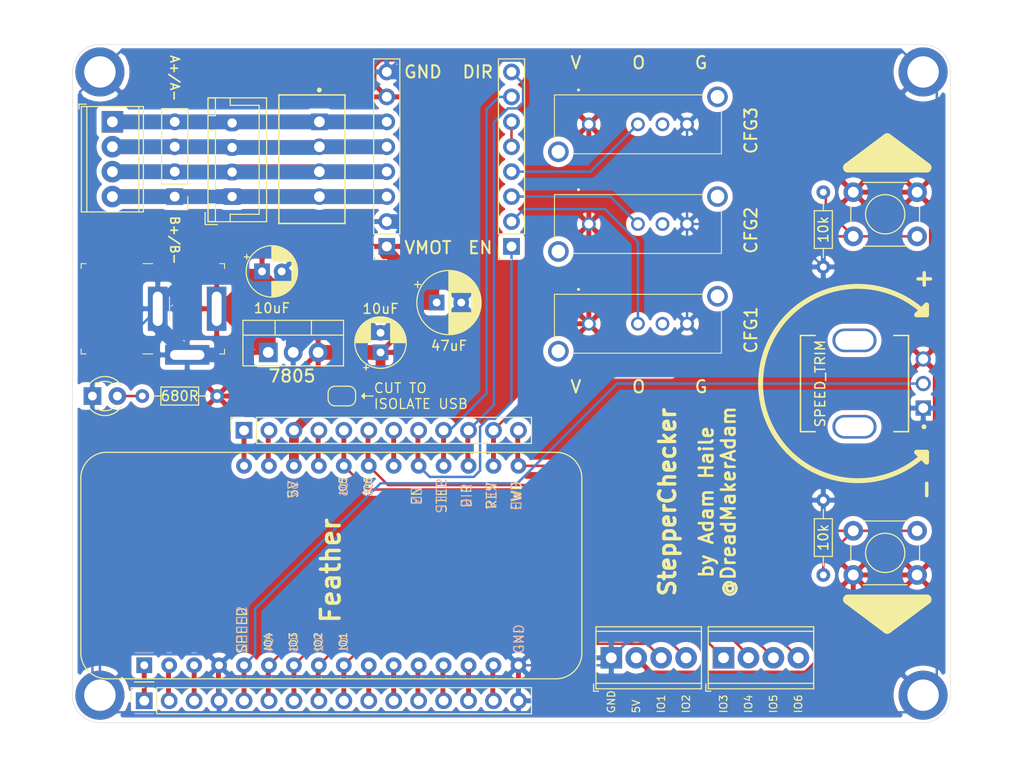
<source format=kicad_pcb>
(kicad_pcb (version 20171130) (host pcbnew "(5.1.9)-1")
  (layers (0 F.Cu signal hide) (31 B.Cu signal hide) (34 B.Paste user) (35 F.Paste user) (36 B.SilkS user) (37 F.SilkS user) (38 B.Mask user) (39 F.Mask user) (44 Edge.Cuts user))
  (net 0 "")
  (net 1 GND)
  (net 2 5V)
  (net 3 /StepDriverX/CFG1)
  (net 4 /StepDriverX/CFG2)
  (net 5 /StepDriverX/CFG3)
  (net 6 "Net-(CN5-Pad5)")
  (net 7 "Net-(J9-Pad3)")
  (net 8 VIN)
  (net 9 DIR)
  (net 10 ENABLE)
  (net 11 /StepDriverX/B-)
  (net 12 /StepDriverX/B+)
  (net 13 /StepDriverX/A-)
  (net 14 /StepDriverX/A+)
  (net 15 "Net-(J3-Pad1)")
  (net 16 "Net-(J3-Pad2)")
  (net 17 "Net-(J3-Pad3)")
  (net 18 "Net-(J3-Pad10)")
  (net 19 "Net-(J3-Pad11)")
  (net 20 "Net-(J3-Pad12)")
  (net 21 "Net-(J3-Pad13)")
  (net 22 "Net-(J3-Pad14)")
  (net 23 "Net-(J3-Pad15)")
  (net 24 "Net-(J8-Pad1)")
  (net 25 "Net-(J8-Pad2)")
  (net 26 "Net-(J8-Pad3)")
  (net 27 "Net-(J8-Pad4)")
  (net 28 "Net-(J8-Pad7)")
  (net 29 BTN_REV)
  (net 30 BTN_FWD)
  (net 31 "Net-(J9-PadMH1)")
  (net 32 "Net-(J9-PadMH2)")
  (net 33 "Net-(J10-PadMH2)")
  (net 34 "Net-(J10-PadMH1)")
  (net 35 "Net-(J11-PadMH1)")
  (net 36 "Net-(J11-PadMH2)")
  (net 37 "Net-(D1-Pad2)")
  (net 38 "Net-(J10-Pad3)")
  (net 39 "Net-(J11-Pad3)")
  (net 40 STEP)
  (net 41 TRIM)
  (net 42 IO1)
  (net 43 IO2)
  (net 44 IO4)
  (net 45 IO6)
  (net 46 IO5)
  (net 47 IO3)
  (module Feather:Adafruit_Feather (layer F.Cu) (at 102.305001 98.552 90)
    (fp_text reference U3 hide)
    (fp_text value FEATHER)
    (pad 16 thru_hole circle (at 0 38.1 270) (size 1.6 1.6) (drill 0.8) (layers *.Cu *.Mask) (net 1 GND))
    (pad 15 thru_hole circle (at 0 35.56 270) (size 1.6 1.6) (drill 0.8) (layers *.Cu *.Mask) (net 23 "Net-(J3-Pad15)"))
    (pad 14 thru_hole circle (at 0 33.02 270) (size 1.6 1.6) (drill 0.8) (layers *.Cu *.Mask) (net 22 "Net-(J3-Pad14)"))
    (pad 13 thru_hole circle (at 0 30.48 270) (size 1.6 1.6) (drill 0.8) (layers *.Cu *.Mask) (net 21 "Net-(J3-Pad13)"))
    (pad 12 thru_hole circle (at 0 27.94 270) (size 1.6 1.6) (drill 0.8) (layers *.Cu *.Mask) (net 20 "Net-(J3-Pad12)"))
    (pad 11 thru_hole circle (at 0 25.4 270) (size 1.6 1.6) (drill 0.8) (layers *.Cu *.Mask) (net 19 "Net-(J3-Pad11)"))
    (pad 10 thru_hole circle (at 0 22.86 270) (size 1.6 1.6) (drill 0.8) (layers *.Cu *.Mask) (net 18 "Net-(J3-Pad10)"))
    (pad 9 thru_hole circle (at 0 20.32 270) (size 1.6 1.6) (drill 0.8) (layers *.Cu *.Mask) (net 42 IO1))
    (pad 8 thru_hole circle (at 0 17.78 270) (size 1.6 1.6) (drill 0.8) (layers *.Cu *.Mask) (net 43 IO2))
    (pad 7 thru_hole circle (at 0 15.24 270) (size 1.6 1.6) (drill 0.8) (layers *.Cu *.Mask) (net 47 IO3))
    (pad 6 thru_hole circle (at 0 12.7 270) (size 1.6 1.6) (drill 0.8) (layers *.Cu *.Mask) (net 44 IO4))
    (pad 5 thru_hole circle (at 0 10.16 270) (size 1.6 1.6) (drill 0.8) (layers *.Cu *.Mask) (net 41 TRIM))
    (pad 4 thru_hole circle (at 0 7.62 270) (size 1.6 1.6) (drill 0.8) (layers *.Cu *.Mask) (net 1 GND))
    (pad 3 thru_hole circle (at 0 5.08 270) (size 1.6 1.6) (drill 0.8) (layers *.Cu *.Mask) (net 17 "Net-(J3-Pad3)"))
    (pad 2 thru_hole circle (at 0 2.54 270) (size 1.6 1.6) (drill 0.8) (layers *.Cu *.Mask) (net 16 "Net-(J3-Pad2)"))
    (pad 1 thru_hole rect (at 0 0 270) (size 1.6 1.6) (drill 0.8) (layers *.Cu *.Mask) (net 15 "Net-(J3-Pad1)"))
    (pad 28 thru_hole circle (at 20.32 10.16 270) (size 1.6 1.6) (drill 0.8) (layers *.Cu *.Mask) (net 24 "Net-(J8-Pad1)"))
    (pad 27 thru_hole circle (at 20.32 12.7 270) (size 1.6 1.6) (drill 0.8) (layers *.Cu *.Mask) (net 25 "Net-(J8-Pad2)"))
    (pad 26 thru_hole circle (at 20.32 15.24 270) (size 1.6 1.6) (drill 0.8) (layers *.Cu *.Mask) (net 26 "Net-(J8-Pad3)"))
    (pad 25 thru_hole circle (at 20.32 17.78 270) (size 1.6 1.6) (drill 0.8) (layers *.Cu *.Mask) (net 27 "Net-(J8-Pad4)"))
    (pad 24 thru_hole circle (at 20.32 20.32 270) (size 1.6 1.6) (drill 0.8) (layers *.Cu *.Mask) (net 46 IO5))
    (pad 23 thru_hole circle (at 20.32 22.86 270) (size 1.6 1.6) (drill 0.8) (layers *.Cu *.Mask) (net 45 IO6))
    (pad 22 thru_hole circle (at 20.32 25.4 270) (size 1.6 1.6) (drill 0.8) (layers *.Cu *.Mask) (net 28 "Net-(J8-Pad7)"))
    (pad 21 thru_hole circle (at 20.32 27.94 270) (size 1.6 1.6) (drill 0.8) (layers *.Cu *.Mask) (net 10 ENABLE))
    (pad 20 thru_hole circle (at 20.32 30.48 270) (size 1.6 1.6) (drill 0.8) (layers *.Cu *.Mask) (net 40 STEP))
    (pad 19 thru_hole circle (at 20.32 33.02 270) (size 1.6 1.6) (drill 0.8) (layers *.Cu *.Mask) (net 9 DIR))
    (pad 18 thru_hole circle (at 20.32 35.56 270) (size 1.6 1.6) (drill 0.8) (layers *.Cu *.Mask) (net 29 BTN_REV))
    (pad 17 thru_hole circle (at 20.32 38.1 270) (size 1.6 1.6) (drill 0.8) (layers *.Cu *.Mask) (net 30 BTN_FWD))
  )
  (module Mouser:Molex-70543-0038-0-0-MFG (layer F.Cu) (at 119.38 46.99 90)
    (fp_text reference J4 hide)
    (fp_text value "Molex SL" hide)
    (pad 1 thru_hole rect (at 3.81 0.76 90) (size 1.69 1.69) (drill 1.09) (layers *.Cu *.Mask) (net 14 /StepDriverX/A+))
    (pad 2 thru_hole circle (at 1.27 0.76 90) (size 1.69 1.69) (drill 1.09) (layers *.Cu *.Mask) (net 13 /StepDriverX/A-))
    (pad 3 thru_hole circle (at -1.27 0.76 90) (size 1.69 1.69) (drill 1.09) (layers *.Cu *.Mask) (net 12 /StepDriverX/B+))
    (pad 4 thru_hole circle (at -3.81 0.76 90) (size 1.69 1.69) (drill 1.09) (layers *.Cu *.Mask) (net 11 /StepDriverX/B-))
  )
  (module Mouser:ALPS-RK09D1130C3W-0 (layer F.Cu) (at 174.625 69.85 90)
    (fp_text reference VR1 hide)
    (fp_text value SPEED_TRIM (at 0 -3.490001 90) (layer F.SilkS))
    (pad 4 thru_hole roundrect (at -4.4 0 90) (size 2.4 4.5) (drill oval 1.9 3.9) (layers *.Cu *.Mask) (roundrect_rratio 0.5))
    (pad 5 thru_hole roundrect (at 4.4 0 90) (size 2.4 4.5) (drill oval 1.9 3.9) (layers *.Cu *.Mask) (roundrect_rratio 0.5))
    (pad 1 thru_hole rect (at -2.5 7 90) (size 1.55 1.55) (drill 1) (layers *.Cu *.Mask) (net 1 GND))
    (pad 2 thru_hole circle (at 0 7 90) (size 1.55 1.55) (drill 1) (layers *.Cu *.Mask) (net 41 TRIM))
    (pad 3 thru_hole circle (at 2.5 7 90) (size 1.55 1.55) (drill 1) (layers *.Cu *.Mask) (net 2 5V))
  )
  (module MountingHole:MountingHole_2.5mm_Pad (layer F.Cu) (at 97.79 38.1)
    (fp_text reference H1 hide)
    (fp_text value Mount)
    (pad 1 thru_hole circle (at 0 0) (size 5 5) (drill 3.2) (layers *.Cu *.Mask) (net 1 GND))
  )
  (module Mouser:OS103012MU1QP1 (layer F.Cu) (at 147.574 43.434)
    (fp_text reference J11 hide)
    (fp_text value CFG3 hide)
    (pad 1 thru_hole circle (at 0 0) (size 1.4 1.4) (drill 0.9) (layers *.Cu *.Mask) (net 2 5V))
    (pad 2 thru_hole circle (at 5 0) (size 1.4 1.4) (drill 0.9) (layers *.Cu *.Mask) (net 5 /StepDriverX/CFG3))
    (pad 3 thru_hole circle (at 7.5 0) (size 1.4 1.4) (drill 0.9) (layers *.Cu *.Mask) (net 39 "Net-(J11-Pad3)"))
    (pad 4 thru_hole circle (at 10 0) (size 1.4 1.4) (drill 0.9) (layers *.Cu *.Mask) (net 1 GND))
    (pad MH1 thru_hole circle (at -3.1 2.8) (size 2.1 2.1) (drill 1.4) (layers *.Cu *.Mask) (net 35 "Net-(J11-PadMH1)"))
    (pad MH2 thru_hole circle (at 13.1 -2.8) (size 2.1 2.1) (drill 1.4) (layers *.Cu *.Mask) (net 36 "Net-(J11-PadMH2)"))
  )
  (module Mouser:OS103012MU1QP1 (layer F.Cu) (at 147.574 53.594)
    (fp_text reference J10 hide)
    (fp_text value CFG2 hide)
    (pad MH2 thru_hole circle (at 13.1 -2.8) (size 2.1 2.1) (drill 1.4) (layers *.Cu *.Mask) (net 33 "Net-(J10-PadMH2)"))
    (pad MH1 thru_hole circle (at -3.1 2.8) (size 2.1 2.1) (drill 1.4) (layers *.Cu *.Mask) (net 34 "Net-(J10-PadMH1)"))
    (pad 4 thru_hole circle (at 10 0) (size 1.4 1.4) (drill 0.9) (layers *.Cu *.Mask) (net 1 GND))
    (pad 3 thru_hole circle (at 7.5 0) (size 1.4 1.4) (drill 0.9) (layers *.Cu *.Mask) (net 38 "Net-(J10-Pad3)"))
    (pad 2 thru_hole circle (at 5 0) (size 1.4 1.4) (drill 0.9) (layers *.Cu *.Mask) (net 4 /StepDriverX/CFG2))
    (pad 1 thru_hole circle (at 0 0) (size 1.4 1.4) (drill 0.9) (layers *.Cu *.Mask) (net 2 5V))
  )
  (module Connector_PinSocket_2.54mm:PinSocket_1x08_P2.54mm_Vertical (layer F.Cu) (at 139.7 55.88 180)
    (fp_text reference CN5 hide)
    (fp_text value FEMALE_LEFT)
    (pad 8 thru_hole oval (at 0 17.78 180) (size 1.7 1.7) (drill 1) (layers *.Cu *.Mask) (net 9 DIR))
    (pad 7 thru_hole oval (at 0 15.24 180) (size 1.7 1.7) (drill 1) (layers *.Cu *.Mask) (net 40 STEP))
    (pad 6 thru_hole oval (at 0 12.7 180) (size 1.7 1.7) (drill 1) (layers *.Cu *.Mask) (net 6 "Net-(CN5-Pad5)"))
    (pad 5 thru_hole oval (at 0 10.16 180) (size 1.7 1.7) (drill 1) (layers *.Cu *.Mask) (net 6 "Net-(CN5-Pad5)"))
    (pad 4 thru_hole oval (at 0 7.62 180) (size 1.7 1.7) (drill 1) (layers *.Cu *.Mask) (net 5 /StepDriverX/CFG3))
    (pad 3 thru_hole oval (at 0 5.08 180) (size 1.7 1.7) (drill 1) (layers *.Cu *.Mask) (net 4 /StepDriverX/CFG2))
    (pad 2 thru_hole oval (at 0 2.54 180) (size 1.7 1.7) (drill 1) (layers *.Cu *.Mask) (net 3 /StepDriverX/CFG1))
    (pad 1 thru_hole rect (at 0 0 180) (size 1.7 1.7) (drill 1) (layers *.Cu *.Mask) (net 10 ENABLE))
  )
  (module MountingHole:MountingHole_2.5mm_Pad (layer F.Cu) (at 97.79 101.6)
    (fp_text reference H2 hide)
    (fp_text value Mount)
    (pad 1 thru_hole circle (at 0 0) (size 5 5) (drill 3.2) (layers *.Cu *.Mask) (net 1 GND))
  )
  (module MountingHole:MountingHole_2.5mm_Pad (layer F.Cu) (at 181.61 101.6)
    (fp_text reference H3 hide)
    (fp_text value Mount)
    (pad 1 thru_hole circle (at 0 0) (size 5 5) (drill 3.2) (layers *.Cu *.Mask) (net 1 GND))
  )
  (module MountingHole:MountingHole_2.5mm_Pad (layer F.Cu) (at 181.61 38.1)
    (fp_text reference H4 hide)
    (fp_text value Mount)
    (pad 1 thru_hole circle (at 0 0) (size 5 5) (drill 3.2) (layers *.Cu *.Mask) (net 1 GND))
  )
  (module Capacitor_THT:CP_Radial_D5.0mm_P2.00mm (layer F.Cu) (at 114.3 58.42)
    (fp_text reference C1 hide)
    (fp_text value 10uF (at 1 3.75) (layer F.SilkS))
    (pad 2 thru_hole circle (at 2 0) (size 1.6 1.6) (drill 0.8) (layers *.Cu *.Mask) (net 1 GND))
    (pad 1 thru_hole rect (at 0 0) (size 1.6 1.6) (drill 0.8) (layers *.Cu *.Mask) (net 8 VIN))
  )
  (module Capacitor_THT:CP_Radial_D5.0mm_P2.00mm (layer F.Cu) (at 126.365 66.675 90)
    (fp_text reference C2 hide)
    (fp_text value 10uF (at 4.445 0 180) (layer F.SilkS))
    (pad 1 thru_hole rect (at 0 0 90) (size 1.6 1.6) (drill 0.8) (layers *.Cu *.Mask) (net 2 5V))
    (pad 2 thru_hole circle (at 2 0 90) (size 1.6 1.6) (drill 0.8) (layers *.Cu *.Mask) (net 1 GND))
  )
  (module Capacitor_THT:CP_Radial_D6.3mm_P2.50mm (layer F.Cu) (at 132.08 61.595)
    (fp_text reference C3 hide)
    (fp_text value 47uF (at 1.25 4.4) (layer F.SilkS))
    (pad 1 thru_hole rect (at 0 0) (size 1.6 1.6) (drill 0.8) (layers *.Cu *.Mask) (net 8 VIN))
    (pad 2 thru_hole circle (at 2.5 0) (size 1.6 1.6) (drill 0.8) (layers *.Cu *.Mask) (net 1 GND))
  )
  (module Connector_PinSocket_2.54mm:PinSocket_1x08_P2.54mm_Vertical (layer F.Cu) (at 127 55.88 180)
    (fp_text reference CN6 hide)
    (fp_text value FEMALE_RIGHT)
    (pad 1 thru_hole rect (at 0 0 180) (size 1.7 1.7) (drill 1) (layers *.Cu *.Mask) (net 8 VIN))
    (pad 2 thru_hole oval (at 0 2.54 180) (size 1.7 1.7) (drill 1) (layers *.Cu *.Mask) (net 1 GND))
    (pad 3 thru_hole oval (at 0 5.08 180) (size 1.7 1.7) (drill 1) (layers *.Cu *.Mask) (net 11 /StepDriverX/B-))
    (pad 4 thru_hole oval (at 0 7.62 180) (size 1.7 1.7) (drill 1) (layers *.Cu *.Mask) (net 12 /StepDriverX/B+))
    (pad 5 thru_hole oval (at 0 10.16 180) (size 1.7 1.7) (drill 1) (layers *.Cu *.Mask) (net 13 /StepDriverX/A-))
    (pad 6 thru_hole oval (at 0 12.7 180) (size 1.7 1.7) (drill 1) (layers *.Cu *.Mask) (net 14 /StepDriverX/A+))
    (pad 7 thru_hole oval (at 0 15.24 180) (size 1.7 1.7) (drill 1) (layers *.Cu *.Mask) (net 2 5V))
    (pad 8 thru_hole oval (at 0 17.78 180) (size 1.7 1.7) (drill 1) (layers *.Cu *.Mask) (net 1 GND))
  )
  (module LED_THT:LED_D3.0mm (layer F.Cu) (at 97.028 71.12)
    (fp_text reference D1 hide)
    (fp_text value LED_RED)
    (pad 1 thru_hole rect (at 0 0) (size 1.8 1.8) (drill 0.9) (layers *.Cu *.Mask) (net 1 GND))
    (pad 2 thru_hole circle (at 2.54 0) (size 1.8 1.8) (drill 0.9) (layers *.Cu *.Mask) (net 37 "Net-(D1-Pad2)"))
  )
  (module Mouser:Barrel_Jack_5.5mmODx2.1mmID_PJ-202A (layer F.Cu) (at 106.68 62.23 90)
    (fp_text reference J1 hide)
    (fp_text value PJ-202AH)
    (pad 2 thru_hole rect (at 0 -3 90) (size 4.5 2) (drill oval 3.5 1) (layers *.Cu *.Mask) (net 1 GND))
    (pad 1 thru_hole rect (at 0 3 90) (size 4.5 2) (drill oval 3.5 1) (layers *.Cu *.Mask) (net 8 VIN))
    (pad 3 thru_hole rect (at -4.7 0 90) (size 2 4.5) (drill oval 1 3.5) (layers *.Cu *.Mask) (net 1 GND))
  )
  (module Connector_PinSocket_2.54mm:PinSocket_1x16_P2.54mm_Vertical (layer F.Cu) (at 102.305001 102.167 90)
    (fp_text reference J3 hide)
    (fp_text value FEATHER_A)
    (pad 1 thru_hole rect (at 0 0 90) (size 1.7 1.7) (drill 1) (layers *.Cu *.Mask) (net 15 "Net-(J3-Pad1)"))
    (pad 2 thru_hole oval (at 0 2.54 90) (size 1.7 1.7) (drill 1) (layers *.Cu *.Mask) (net 16 "Net-(J3-Pad2)"))
    (pad 3 thru_hole oval (at 0 5.08 90) (size 1.7 1.7) (drill 1) (layers *.Cu *.Mask) (net 17 "Net-(J3-Pad3)"))
    (pad 4 thru_hole oval (at 0 7.62 90) (size 1.7 1.7) (drill 1) (layers *.Cu *.Mask) (net 1 GND))
    (pad 5 thru_hole oval (at 0 10.16 90) (size 1.7 1.7) (drill 1) (layers *.Cu *.Mask) (net 41 TRIM))
    (pad 6 thru_hole oval (at 0 12.7 90) (size 1.7 1.7) (drill 1) (layers *.Cu *.Mask) (net 44 IO4))
    (pad 7 thru_hole oval (at 0 15.24 90) (size 1.7 1.7) (drill 1) (layers *.Cu *.Mask) (net 47 IO3))
    (pad 8 thru_hole oval (at 0 17.78 90) (size 1.7 1.7) (drill 1) (layers *.Cu *.Mask) (net 43 IO2))
    (pad 9 thru_hole oval (at 0 20.32 90) (size 1.7 1.7) (drill 1) (layers *.Cu *.Mask) (net 42 IO1))
    (pad 10 thru_hole oval (at 0 22.86 90) (size 1.7 1.7) (drill 1) (layers *.Cu *.Mask) (net 18 "Net-(J3-Pad10)"))
    (pad 11 thru_hole oval (at 0 25.4 90) (size 1.7 1.7) (drill 1) (layers *.Cu *.Mask) (net 19 "Net-(J3-Pad11)"))
    (pad 12 thru_hole oval (at 0 27.94 90) (size 1.7 1.7) (drill 1) (layers *.Cu *.Mask) (net 20 "Net-(J3-Pad12)"))
    (pad 13 thru_hole oval (at 0 30.48 90) (size 1.7 1.7) (drill 1) (layers *.Cu *.Mask) (net 21 "Net-(J3-Pad13)"))
    (pad 14 thru_hole oval (at 0 33.02 90) (size 1.7 1.7) (drill 1) (layers *.Cu *.Mask) (net 22 "Net-(J3-Pad14)"))
    (pad 15 thru_hole oval (at 0 35.56 90) (size 1.7 1.7) (drill 1) (layers *.Cu *.Mask) (net 23 "Net-(J3-Pad15)"))
    (pad 16 thru_hole oval (at 0 38.1 90) (size 1.7 1.7) (drill 1) (layers *.Cu *.Mask) (net 1 GND))
  )
  (module Connector_JST:JST_XH_B4B-XH-A_1x04_P2.50mm_Vertical (layer F.Cu) (at 111.252 50.8 90)
    (fp_text reference J5 hide)
    (fp_text value JST-XH)
    (pad 1 thru_hole roundrect (at 0 0 90) (size 1.7 1.95) (drill 0.95) (layers *.Cu *.Mask) (roundrect_rratio 0.147059) (net 11 /StepDriverX/B-))
    (pad 2 thru_hole oval (at 2.5 0 90) (size 1.7 1.95) (drill 0.95) (layers *.Cu *.Mask) (net 12 /StepDriverX/B+))
    (pad 3 thru_hole oval (at 5 0 90) (size 1.7 1.95) (drill 0.95) (layers *.Cu *.Mask) (net 13 /StepDriverX/A-))
    (pad 4 thru_hole oval (at 7.5 0 90) (size 1.7 1.95) (drill 0.95) (layers *.Cu *.Mask) (net 14 /StepDriverX/A+))
  )
  (module Connector_PinHeader_2.54mm:PinHeader_1x04_P2.54mm_Vertical (layer F.Cu) (at 105.41 50.8 180)
    (fp_text reference J6 hide)
    (fp_text value Dupont)
    (pad 1 thru_hole rect (at 0 0 180) (size 1.7 1.7) (drill 1) (layers *.Cu *.Mask) (net 11 /StepDriverX/B-))
    (pad 2 thru_hole oval (at 0 2.54 180) (size 1.7 1.7) (drill 1) (layers *.Cu *.Mask) (net 12 /StepDriverX/B+))
    (pad 3 thru_hole oval (at 0 5.08 180) (size 1.7 1.7) (drill 1) (layers *.Cu *.Mask) (net 13 /StepDriverX/A-))
    (pad 4 thru_hole oval (at 0 7.62 180) (size 1.7 1.7) (drill 1) (layers *.Cu *.Mask) (net 14 /StepDriverX/A+))
  )
  (module TerminalBlock_Phoenix:TerminalBlock_Phoenix_MPT-0,5-4-2.54_1x04_P2.54mm_Horizontal (layer F.Cu) (at 99.06 43.18 270)
    (fp_text reference J7 hide)
    (fp_text value Terminal)
    (pad 1 thru_hole rect (at 0 0 270) (size 2.2 2.2) (drill 1.1) (layers *.Cu *.Mask) (net 14 /StepDriverX/A+))
    (pad 2 thru_hole circle (at 2.54 0 270) (size 2.2 2.2) (drill 1.1) (layers *.Cu *.Mask) (net 13 /StepDriverX/A-))
    (pad 3 thru_hole circle (at 5.08 0 270) (size 2.2 2.2) (drill 1.1) (layers *.Cu *.Mask) (net 12 /StepDriverX/B+))
    (pad 4 thru_hole circle (at 7.62 0 270) (size 2.2 2.2) (drill 1.1) (layers *.Cu *.Mask) (net 11 /StepDriverX/B-))
  )
  (module Connector_PinSocket_2.54mm:PinSocket_1x12_P2.54mm_Vertical (layer F.Cu) (at 112.465001 74.617 90)
    (fp_text reference J8 hide)
    (fp_text value FEATHER_B)
    (pad 1 thru_hole rect (at 0 0 90) (size 1.7 1.7) (drill 1) (layers *.Cu *.Mask) (net 24 "Net-(J8-Pad1)"))
    (pad 2 thru_hole oval (at 0 2.54 90) (size 1.7 1.7) (drill 1) (layers *.Cu *.Mask) (net 25 "Net-(J8-Pad2)"))
    (pad 3 thru_hole oval (at 0 5.08 90) (size 1.7 1.7) (drill 1) (layers *.Cu *.Mask) (net 26 "Net-(J8-Pad3)"))
    (pad 4 thru_hole oval (at 0 7.62 90) (size 1.7 1.7) (drill 1) (layers *.Cu *.Mask) (net 27 "Net-(J8-Pad4)"))
    (pad 5 thru_hole oval (at 0 10.16 90) (size 1.7 1.7) (drill 1) (layers *.Cu *.Mask) (net 46 IO5))
    (pad 6 thru_hole oval (at 0 12.7 90) (size 1.7 1.7) (drill 1) (layers *.Cu *.Mask) (net 45 IO6))
    (pad 7 thru_hole oval (at 0 15.24 90) (size 1.7 1.7) (drill 1) (layers *.Cu *.Mask) (net 28 "Net-(J8-Pad7)"))
    (pad 8 thru_hole oval (at 0 17.78 90) (size 1.7 1.7) (drill 1) (layers *.Cu *.Mask) (net 10 ENABLE))
    (pad 9 thru_hole oval (at 0 20.32 90) (size 1.7 1.7) (drill 1) (layers *.Cu *.Mask) (net 40 STEP))
    (pad 10 thru_hole oval (at 0 22.86 90) (size 1.7 1.7) (drill 1) (layers *.Cu *.Mask) (net 9 DIR))
    (pad 11 thru_hole oval (at 0 25.4 90) (size 1.7 1.7) (drill 1) (layers *.Cu *.Mask) (net 29 BTN_REV))
    (pad 12 thru_hole oval (at 0 27.94 90) (size 1.7 1.7) (drill 1) (layers *.Cu *.Mask) (net 30 BTN_FWD))
  )
  (module Mouser:OS103012MU1QP1 (layer F.Cu) (at 147.574 63.754)
    (fp_text reference J9 hide)
    (fp_text value CFG1 hide)
    (pad 1 thru_hole circle (at 0 0) (size 1.4 1.4) (drill 0.9) (layers *.Cu *.Mask) (net 2 5V))
    (pad 2 thru_hole circle (at 5 0) (size 1.4 1.4) (drill 0.9) (layers *.Cu *.Mask) (net 3 /StepDriverX/CFG1))
    (pad 3 thru_hole circle (at 7.5 0) (size 1.4 1.4) (drill 0.9) (layers *.Cu *.Mask) (net 7 "Net-(J9-Pad3)"))
    (pad 4 thru_hole circle (at 10 0) (size 1.4 1.4) (drill 0.9) (layers *.Cu *.Mask) (net 1 GND))
    (pad MH1 thru_hole circle (at -3.1 2.8) (size 2.1 2.1) (drill 1.4) (layers *.Cu *.Mask) (net 31 "Net-(J9-PadMH1)"))
    (pad MH2 thru_hole circle (at 13.1 -2.8) (size 2.1 2.1) (drill 1.4) (layers *.Cu *.Mask) (net 32 "Net-(J9-PadMH2)"))
  )
  (module Resistor_THT:R_Axial_DIN0204_L3.6mm_D1.6mm_P7.62mm_Horizontal (layer F.Cu) (at 171.45 89.35 90)
    (fp_text reference R1 hide)
    (fp_text value 10k (at 3.81 0 90) (layer F.SilkS))
    (pad 2 thru_hole oval (at 7.62 0 90) (size 1.4 1.4) (drill 0.7) (layers *.Cu *.Mask) (net 1 GND))
    (pad 1 thru_hole circle (at 0 0 90) (size 1.4 1.4) (drill 0.7) (layers *.Cu *.Mask) (net 30 BTN_FWD))
  )
  (module Resistor_THT:R_Axial_DIN0204_L3.6mm_D1.6mm_P7.62mm_Horizontal (layer F.Cu) (at 171.45 50.35 270)
    (fp_text reference R2 hide)
    (fp_text value 10k (at 3.81 0 90) (layer F.SilkS))
    (pad 1 thru_hole circle (at 0 0 270) (size 1.4 1.4) (drill 0.7) (layers *.Cu *.Mask) (net 29 BTN_REV))
    (pad 2 thru_hole oval (at 7.62 0 270) (size 1.4 1.4) (drill 0.7) (layers *.Cu *.Mask) (net 1 GND))
  )
  (module Resistor_THT:R_Axial_DIN0204_L3.6mm_D1.6mm_P7.62mm_Horizontal (layer F.Cu) (at 109.728 71.12 180)
    (fp_text reference R3 hide)
    (fp_text value 680R (at 3.81 0) (layer F.SilkS))
    (pad 1 thru_hole circle (at 0 0 180) (size 1.4 1.4) (drill 0.7) (layers *.Cu *.Mask) (net 2 5V))
    (pad 2 thru_hole oval (at 7.62 0 180) (size 1.4 1.4) (drill 0.7) (layers *.Cu *.Mask) (net 37 "Net-(D1-Pad2)"))
  )
  (module Button_Switch_THT:SW_PUSH_6mm_H5mm (layer F.Cu) (at 174.5 84.85)
    (fp_text reference SW1 hide)
    (fp_text value BTN_FWD)
    (pad 1 thru_hole circle (at 6.5 0 90) (size 2 2) (drill 1.1) (layers *.Cu *.Mask) (net 30 BTN_FWD))
    (pad 2 thru_hole circle (at 6.5 4.5 90) (size 2 2) (drill 1.1) (layers *.Cu *.Mask) (net 2 5V))
    (pad 1 thru_hole circle (at 0 0 90) (size 2 2) (drill 1.1) (layers *.Cu *.Mask) (net 30 BTN_FWD))
    (pad 2 thru_hole circle (at 0 4.5 90) (size 2 2) (drill 1.1) (layers *.Cu *.Mask) (net 2 5V))
  )
  (module Button_Switch_THT:SW_PUSH_6mm_H5mm (layer F.Cu) (at 181 54.85 180)
    (fp_text reference SW2 hide)
    (fp_text value BTN_REV)
    (pad 2 thru_hole circle (at 0 4.5 270) (size 2 2) (drill 1.1) (layers *.Cu *.Mask) (net 2 5V))
    (pad 1 thru_hole circle (at 0 0 270) (size 2 2) (drill 1.1) (layers *.Cu *.Mask) (net 29 BTN_REV))
    (pad 2 thru_hole circle (at 6.5 4.5 270) (size 2 2) (drill 1.1) (layers *.Cu *.Mask) (net 2 5V))
    (pad 1 thru_hole circle (at 6.5 0 270) (size 2 2) (drill 1.1) (layers *.Cu *.Mask) (net 29 BTN_REV))
  )
  (module Package_TO_SOT_THT:TO-220-3_Vertical (layer F.Cu) (at 114.935 66.675)
    (fp_text reference U2 hide)
    (fp_text value LM7805_TO220 hide)
    (pad 1 thru_hole rect (at 0 0) (size 1.905 2) (drill 1.1) (layers *.Cu *.Mask) (net 8 VIN))
    (pad 2 thru_hole oval (at 2.54 0) (size 1.905 2) (drill 1.1) (layers *.Cu *.Mask) (net 1 GND))
    (pad 3 thru_hole oval (at 5.08 0) (size 1.905 2) (drill 1.1) (layers *.Cu *.Mask) (net 2 5V))
  )
  (module Jumper:SolderJumper-2_P1.3mm_Bridged_RoundedPad1.0x1.5mm (layer F.Cu) (at 122.428 71.12)
    (fp_text reference JP2 hide)
    (fp_text value SolderJumper_2_Bridged)
    (fp_poly (pts (xy 0.25 -0.3) (xy -0.25 -0.3) (xy -0.25 0.3) (xy 0.25 0.3)) (layer F.Cu) (width 0))
    (pad 2 smd custom (at 0.65 0) (size 1 0.5) (layers F.Cu F.Mask) (net 2 5V) (options (clearance outline) (anchor rect)) (primitives (gr_circle (center 0 0.25) (end 0.5 0.25) (width 0)) (gr_circle (center 0 -0.25) (end 0.5 -0.25) (width 0)) (gr_poly (pts (xy 0 -0.75) (xy -0.5 -0.75) (xy -0.5 0.75) (xy 0 0.75)) (width 0))))
    (pad 1 smd custom (at -0.65 0) (size 1 0.5) (layers F.Cu F.Mask) (net 26 "Net-(J8-Pad3)") (options (clearance outline) (anchor rect)) (primitives (gr_circle (center 0 0.25) (end 0.5 0.25) (width 0)) (gr_circle (center 0 -0.25) (end 0.5 -0.25) (width 0)) (gr_poly (pts (xy 0 -0.75) (xy 0.5 -0.75) (xy 0.5 0.75) (xy 0 0.75)) (width 0))))
  )
  (module TerminalBlock_Phoenix:TerminalBlock_Phoenix_MPT-0,5-4-2.54_1x04_P2.54mm_Horizontal (layer F.Cu) (at 149.86 97.79)
    (fp_text reference J2 hide)
    (fp_text value Terminal)
    (pad 1 thru_hole rect (at 0 0) (size 2.2 2.2) (drill 1.1) (layers *.Cu *.Mask) (net 1 GND))
    (pad 2 thru_hole circle (at 2.54 0) (size 2.2 2.2) (drill 1.1) (layers *.Cu *.Mask) (net 2 5V))
    (pad 3 thru_hole circle (at 5.08 0) (size 2.2 2.2) (drill 1.1) (layers *.Cu *.Mask) (net 42 IO1))
    (pad 4 thru_hole circle (at 7.62 0) (size 2.2 2.2) (drill 1.1) (layers *.Cu *.Mask) (net 43 IO2))
  )
  (module TerminalBlock_Phoenix:TerminalBlock_Phoenix_MPT-0,5-4-2.54_1x04_P2.54mm_Horizontal (layer F.Cu) (at 161.29 97.79)
    (fp_text reference J12 hide)
    (fp_text value Terminal)
    (pad 4 thru_hole circle (at 7.62 0) (size 2.2 2.2) (drill 1.1) (layers *.Cu *.Mask) (net 45 IO6))
    (pad 3 thru_hole circle (at 5.08 0) (size 2.2 2.2) (drill 1.1) (layers *.Cu *.Mask) (net 46 IO5))
    (pad 2 thru_hole circle (at 2.54 0) (size 2.2 2.2) (drill 1.1) (layers *.Cu *.Mask) (net 44 IO4))
    (pad 1 thru_hole rect (at 0 0) (size 2.2 2.2) (drill 1.1) (layers *.Cu *.Mask) (net 47 IO3))
  )
  (gr_text IO6 (at 125.191157 79.375 90) (layer B.SilkS) (effects (font (size 0.762 0.762) (thickness 0.1143)) (justify left mirror)))
  (gr_text IO5 (at 122.651157 79.375 90) (layer B.SilkS) (effects (font (size 0.762 0.762) (thickness 0.1143)) (justify left mirror)))
  (gr_text 5V (at 152.4 103.505 90) (layer F.SilkS) (effects (font (size 0.762 0.762) (thickness 0.1143)) (justify left)))
  (gr_text 5V (at 117.475 80.645 90) (layer B.SilkS) (effects (font (size 1 1) (thickness 0.12)) (justify mirror)))
  (gr_text 5V (at 117.475 80.645 90) (layer F.SilkS) (effects (font (size 1 1) (thickness 0.12))))
  (gr_text IO3 (at 117.571157 95.25 90) (layer B.SilkS) (effects (font (size 0.762 0.762) (thickness 0.1143)) (justify left mirror)))
  (gr_text IO1 (at 122.651157 95.25 90) (layer B.SilkS) (effects (font (size 0.762 0.762) (thickness 0.1143)) (justify left mirror)))
  (gr_text IO2 (at 120.111157 95.25 90) (layer B.SilkS) (effects (font (size 0.762 0.762) (thickness 0.1143)) (justify left mirror)))
  (gr_text IO4 (at 115.031157 95.25 90) (layer B.SilkS) (effects (font (size 0.762 0.762) (thickness 0.1143)) (justify left mirror)))
  (gr_text IO5 (at 122.555 81.28 90) (layer F.SilkS) (effects (font (size 0.762 0.762) (thickness 0.1143)) (justify left)))
  (gr_text IO1 (at 122.555 97.155 90) (layer F.SilkS) (effects (font (size 0.762 0.762) (thickness 0.1143)) (justify left)))
  (gr_text IO4 (at 114.935 97.155 90) (layer F.SilkS) (effects (font (size 0.762 0.762) (thickness 0.1143)) (justify left)))
  (gr_text IO6 (at 125.095 81.28 90) (layer F.SilkS) (effects (font (size 0.762 0.762) (thickness 0.1143)) (justify left)))
  (gr_text IO2 (at 120.015 97.155 90) (layer F.SilkS) (effects (font (size 0.762 0.762) (thickness 0.1143)) (justify left)))
  (gr_text IO3 (at 117.475 97.155 90) (layer F.SilkS) (effects (font (size 0.762 0.762) (thickness 0.1143)) (justify left)))
  (gr_text GND (at 149.86 103.505 90) (layer F.SilkS) (effects (font (size 0.762 0.762) (thickness 0.1143)) (justify left)))
  (gr_text IO6 (at 168.91 103.505 90) (layer F.SilkS) (effects (font (size 0.762 0.762) (thickness 0.1143)) (justify left)))
  (gr_text IO5 (at 166.37 103.505 90) (layer F.SilkS) (effects (font (size 0.762 0.762) (thickness 0.1143)) (justify left)))
  (gr_text IO4 (at 163.83 103.505 90) (layer F.SilkS) (effects (font (size 0.762 0.762) (thickness 0.1143)) (justify left)))
  (gr_text IO3 (at 161.29 103.505 90) (layer F.SilkS) (effects (font (size 0.762 0.762) (thickness 0.1143)) (justify left)))
  (gr_text IO2 (at 157.48 103.505 90) (layer F.SilkS) (effects (font (size 0.762 0.762) (thickness 0.1143)) (justify left)))
  (gr_text IO1 (at 154.94 103.505 90) (layer F.SilkS) (effects (font (size 0.762 0.762) (thickness 0.1143)) (justify left)))
  (gr_text B+/B- (at 105.41 55.245 -90) (layer F.SilkS) (effects (font (size 0.889 0.889) (thickness 0.1651))))
  (gr_text A+/A- (at 105.41 38.735 -90) (layer F.SilkS) (effects (font (size 0.889 0.889) (thickness 0.1651))))
  (gr_text Feather (at 121.285 88.9 90) (layer F.SilkS) (effects (font (size 1.905 1.905) (thickness 0.3556))))
  (gr_text GND (at 140.462 95.885 90) (layer B.SilkS) (effects (font (size 1 1) (thickness 0.12)) (justify mirror)))
  (gr_text SPEED (at 112.268 94.869 90) (layer B.SilkS) (effects (font (size 1 1) (thickness 0.12)) (justify mirror)))
  (gr_text STEP (at 132.588 81.28 90) (layer B.SilkS) (effects (font (size 1 1) (thickness 0.12)) (justify mirror)))
  (gr_text DIR (at 135.128 81.28 90) (layer B.SilkS) (effects (font (size 1 1) (thickness 0.12)) (justify mirror)))
  (gr_text FWD (at 140.208 81.28 90) (layer B.SilkS) (effects (font (size 1 1) (thickness 0.12)) (justify mirror)))
  (gr_text EN (at 130.048 81.28 90) (layer B.SilkS) (effects (font (size 1 1) (thickness 0.12)) (justify mirror)))
  (gr_text REV (at 137.668 81.28 90) (layer B.SilkS) (effects (font (size 1 1) (thickness 0.12)) (justify mirror)))
  (gr_text "by Adam Haile\n@DreadMakerAdam" (at 160.655 81.915 90) (layer F.SilkS) (effects (font (size 1.397 1.397) (thickness 0.2667))))
  (gr_text StepperChecker (at 155.575 81.915 90) (layer F.SilkS) (effects (font (size 1.651 1.651) (thickness 0.3556))))
  (gr_text GND (at 140.462 95.885 90) (layer F.SilkS) (effects (font (size 1 1) (thickness 0.12))))
  (gr_text EN (at 136.525 56.007) (layer F.SilkS) (effects (font (size 1.25 1.25) (thickness 0.2))))
  (gr_text DIR (at 136.271 38.1) (layer F.SilkS) (effects (font (size 1.25 1.25) (thickness 0.2))))
  (gr_text GND (at 130.683 38.1) (layer F.SilkS) (effects (font (size 1.25 1.25) (thickness 0.2))))
  (gr_text VMOT (at 131.191 56.007) (layer F.SilkS) (effects (font (size 1.25 1.25) (thickness 0.2))))
  (gr_circle (center 177.75 87.1) (end 179.75 87.1) (layer F.SilkS) (width 0.12))
  (gr_circle (center 177.75 52.6) (end 179.75 52.6) (layer F.SilkS) (width 0.12))
  (gr_line (start 97.79 104.394) (end 181.61 104.394) (layer Edge.Cuts) (width 0.05))
  (gr_line (start 184.404 101.6) (end 184.404 38.1) (layer Edge.Cuts) (width 0.05))
  (gr_arc (start 181.61 101.6) (end 181.61 104.394) (angle -90) (layer Edge.Cuts) (width 0.05))
  (gr_arc (start 181.61 38.1) (end 184.404 38.1) (angle -90) (layer Edge.Cuts) (width 0.05))
  (gr_line (start 97.79 35.306) (end 181.61 35.306) (layer Edge.Cuts) (width 0.05))
  (gr_arc (start 97.79 101.6) (end 94.996 101.6) (angle -90) (layer Edge.Cuts) (width 0.05))
  (gr_line (start 94.996 38.1) (end 94.996 101.6) (layer Edge.Cuts) (width 0.05))
  (gr_arc (start 97.79 38.1) (end 97.79 35.306) (angle -90) (layer Edge.Cuts) (width 0.05))
  (gr_text G (at 159.004 70.179) (layer F.SilkS) (effects (font (size 1.25 1.25) (thickness 0.2))))
  (gr_text O (at 152.654 70.179) (layer F.SilkS) (effects (font (size 1.25 1.25) (thickness 0.2))))
  (gr_text V (at 146.254 70.179) (layer F.SilkS) (effects (font (size 1.25 1.25) (thickness 0.2))))
  (gr_line (start 124.587 71.12) (end 125.603 71.12) (layer F.SilkS) (width 0.12))
  (gr_line (start 124.714 70.993) (end 124.587 71.247) (layer F.SilkS) (width 0.12))
  (gr_line (start 124.587 70.993) (end 124.714 70.993) (layer F.SilkS) (width 0.12))
  (gr_line (start 124.587 71.247) (end 124.587 70.993) (layer F.SilkS) (width 0.12))
  (gr_line (start 124.714 71.374) (end 124.46 71.12) (layer F.SilkS) (width 0.12))
  (gr_line (start 124.714 70.866) (end 124.714 71.374) (layer F.SilkS) (width 0.12))
  (gr_line (start 124.46 71.12) (end 124.714 70.866) (layer F.SilkS) (width 0.12))
  (gr_text "CUT TO \nISOLATE USB" (at 125.603 71.12) (layer F.SilkS) (effects (font (size 1 1) (thickness 0.13)) (justify left)))
  (gr_text SPEED (at 112.268 94.996 90) (layer F.SilkS) (effects (font (size 1 1) (thickness 0.12))))
  (gr_text EN (at 130.048 81.28 90) (layer F.SilkS) (effects (font (size 1 1) (thickness 0.12))))
  (gr_text FWD (at 140.208 81.28 90) (layer F.SilkS) (effects (font (size 1 1) (thickness 0.12))))
  (gr_text REV (at 137.668 81.28 90) (layer F.SilkS) (effects (font (size 1 1) (thickness 0.12))))
  (gr_text DIR (at 135.128 81.28 90) (layer F.SilkS) (effects (font (size 1 1) (thickness 0.12))))
  (gr_text 7805 (at 117.348 69.088) (layer F.SilkS) (effects (font (size 1.25 1.25) (thickness 0.2))))
  (gr_text CFG1 (at 164.084 64.389 90) (layer F.SilkS) (effects (font (size 1.25 1.25) (thickness 0.2))))
  (gr_text CFG2 (at 164.084 54.229 90) (layer F.SilkS) (effects (font (size 1.25 1.25) (thickness 0.2))))
  (gr_text CFG3 (at 164.084 44.069 90) (layer F.SilkS) (effects (font (size 1.25 1.25) (thickness 0.2))))
  (gr_text STEP (at 132.588 81.28 90) (layer F.SilkS) (effects (font (size 1 1) (thickness 0.12))))
  (gr_text G (at 159.004 37.159) (layer F.SilkS) (effects (font (size 1.25 1.25) (thickness 0.2))))
  (gr_text O (at 152.654 37.159) (layer F.SilkS) (effects (font (size 1.25 1.25) (thickness 0.2))))
  (gr_text V (at 146.254 37.159) (layer F.SilkS) (effects (font (size 1.25 1.25) (thickness 0.2))))
  (gr_line (start 176.963 93.845) (end 178.963 93.845) (layer F.SilkS) (width 1))
  (gr_line (start 173.963 91.845) (end 181.963 91.845) (layer F.SilkS) (width 1))
  (gr_line (start 176.463 93.345) (end 179.463 93.345) (layer F.SilkS) (width 0.12))
  (gr_line (start 181.963 91.845) (end 177.963 94.845) (layer F.SilkS) (width 1))
  (gr_line (start 175.963 92.845) (end 179.963 92.845) (layer F.SilkS) (width 1))
  (gr_line (start 177.963 94.845) (end 173.963 91.845) (layer F.SilkS) (width 1))
  (gr_line (start 174.963 92.345) (end 180.963 92.345) (layer F.SilkS) (width 1))
  (gr_line (start 179.463 46.345) (end 176.463 46.345) (layer F.SilkS) (width 0.12))
  (gr_line (start 180.963 47.345) (end 174.963 47.345) (layer F.SilkS) (width 1))
  (gr_line (start 178.963 45.845) (end 176.963 45.845) (layer F.SilkS) (width 1))
  (gr_line (start 179.963 46.845) (end 175.963 46.845) (layer F.SilkS) (width 1))
  (gr_line (start 181.963 47.845) (end 173.963 47.845) (layer F.SilkS) (width 1))
  (gr_line (start 177.963 44.845) (end 181.963 47.845) (layer F.SilkS) (width 1))
  (gr_line (start 173.963 47.845) (end 177.963 44.845) (layer F.SilkS) (width 1))
  (gr_text + (at 181.61 59.182 90) (layer F.SilkS) (effects (font (size 1.651 1.651) (thickness 0.3556))))
  (gr_text - (at 181.864 80.645 90) (layer F.SilkS) (effects (font (size 1.651 1.651) (thickness 0.3556))))
  (gr_line (start 181.963 77.845) (end 181.962999 76.844999) (layer F.SilkS) (width 0.5))
  (gr_line (start 180.963 76.845) (end 181.963 77.845) (layer F.SilkS) (width 0.5))
  (gr_line (start 181.962999 76.844999) (end 180.963 76.845) (layer F.SilkS) (width 0.5))
  (gr_line (start 181.963 61.845) (end 181.963 62.845) (layer F.SilkS) (width 0.5))
  (gr_line (start 180.963 62.845) (end 181.963 61.845) (layer F.SilkS) (width 0.5))
  (gr_line (start 181.962999 62.845001) (end 180.963 62.845) (layer F.SilkS) (width 0.5))
  (gr_arc (start 174.963 69.845) (end 181.962999 62.845001) (angle -270) (layer F.SilkS) (width 0.5))
  (segment (start 134.58 60.46363) (end 129.54 55.42363) (width 1.5) (layer B.Cu) (net 1))
  (segment (start 134.58 61.595) (end 134.58 60.46363) (width 1.5) (layer B.Cu) (net 1))
  (segment (start 128.27 53.34) (end 127 53.34) (width 1.5) (layer B.Cu) (net 1))
  (segment (start 129.54 54.61) (end 128.27 53.34) (width 1.5) (layer B.Cu) (net 1))
  (segment (start 129.54 55.42363) (end 129.54 54.61) (width 1.5) (layer B.Cu) (net 1))
  (segment (start 129.54 39.437919) (end 128.202081 38.1) (width 1.5) (layer B.Cu) (net 1))
  (segment (start 128.202081 38.1) (end 127 38.1) (width 1.5) (layer B.Cu) (net 1))
  (segment (start 129.54 54.61) (end 129.54 39.437919) (width 1.5) (layer B.Cu) (net 1))
  (segment (start 157.574 53.594) (end 157.574 63.754) (width 0.25) (layer B.Cu) (net 1))
  (segment (start 157.574 43.434) (end 157.574 53.594) (width 0.25) (layer B.Cu) (net 1))
  (segment (start 116.3 58.42) (end 117.475 59.595) (width 1.5) (layer B.Cu) (net 1))
  (segment (start 119.276945 64.675) (end 126.365 64.675) (width 1.5) (layer B.Cu) (net 1))
  (segment (start 117.475 66.476945) (end 119.276945 64.675) (width 1.5) (layer B.Cu) (net 1))
  (segment (start 117.475 66.675) (end 117.475 66.476945) (width 1.5) (layer B.Cu) (net 1))
  (segment (start 134.58 62.405002) (end 134.58 61.595) (width 1.5) (layer B.Cu) (net 1))
  (segment (start 132.310002 64.675) (end 134.58 62.405002) (width 1.5) (layer B.Cu) (net 1))
  (segment (start 126.365 64.675) (end 132.310002 64.675) (width 1.5) (layer B.Cu) (net 1))
  (segment (start 116.3 59.730002) (end 116.3 58.42) (width 1.5) (layer B.Cu) (net 1))
  (segment (start 115.860001 60.170001) (end 116.3 59.730002) (width 1.5) (layer B.Cu) (net 1))
  (segment (start 113.057999 60.170001) (end 115.860001 60.170001) (width 1.5) (layer B.Cu) (net 1))
  (segment (start 111.917997 59.029999) (end 113.057999 60.170001) (width 1.5) (layer B.Cu) (net 1))
  (segment (start 106.880001 59.029999) (end 111.917997 59.029999) (width 1.5) (layer B.Cu) (net 1))
  (segment (start 103.68 62.23) (end 106.880001 59.029999) (width 1.5) (layer B.Cu) (net 1))
  (segment (start 103.68 63.93) (end 106.68 66.93) (width 1.5) (layer B.Cu) (net 1))
  (segment (start 103.68 62.23) (end 103.68 63.93) (width 1.5) (layer B.Cu) (net 1))
  (segment (start 114.066498 63.881) (end 117.475 63.881) (width 1.5) (layer B.Cu) (net 1))
  (segment (start 111.017498 66.93) (end 114.066498 63.881) (width 1.5) (layer B.Cu) (net 1))
  (segment (start 106.68 66.93) (end 111.017498 66.93) (width 1.5) (layer B.Cu) (net 1))
  (segment (start 117.475 63.881) (end 117.475 66.675) (width 1.5) (layer B.Cu) (net 1))
  (segment (start 117.475 59.595) (end 117.475 63.881) (width 1.5) (layer B.Cu) (net 1))
  (segment (start 97.028 68.882) (end 103.68 62.23) (width 0.25) (layer B.Cu) (net 1))
  (segment (start 97.028 71.12) (end 97.028 68.882) (width 0.25) (layer B.Cu) (net 1))
  (segment (start 147.574 43.434) (end 147.574 53.594) (width 0.5) (layer F.Cu) (net 2))
  (segment (start 147.574 53.594) (end 147.574 63.754) (width 0.5) (layer F.Cu) (net 2))
  (segment (start 120.015 66.675) (end 126.365 66.675) (width 1.5) (layer F.Cu) (net 2))
  (segment (start 115.57 71.12) (end 120.015 66.675) (width 0.5) (layer F.Cu) (net 2))
  (segment (start 109.728 71.12) (end 115.57 71.12) (width 0.5) (layer F.Cu) (net 2))
  (segment (start 125.699999 39.339999) (end 127 40.64) (width 0.5) (layer F.Cu) (net 2))
  (segment (start 125.699999 37.475999) (end 125.699999 39.339999) (width 0.5) (layer F.Cu) (net 2))
  (segment (start 126.375999 36.799999) (end 125.699999 37.475999) (width 0.5) (layer F.Cu) (net 2))
  (segment (start 140.939999 36.799999) (end 126.375999 36.799999) (width 0.5) (layer F.Cu) (net 2))
  (segment (start 147.574 43.434) (end 140.939999 36.799999) (width 0.5) (layer F.Cu) (net 2))
  (segment (start 123.078 71.12) (end 124.968 71.12) (width 1) (layer F.Cu) (net 2))
  (segment (start 126.365 69.723) (end 126.365 66.675) (width 1) (layer F.Cu) (net 2))
  (segment (start 124.968 71.12) (end 126.365 69.723) (width 1) (layer F.Cu) (net 2))
  (segment (start 152.574 63.754) (end 152.574 55.419) (width 0.25) (layer B.Cu) (net 3))
  (segment (start 152.574 55.419) (end 149.225 52.07) (width 0.25) (layer B.Cu) (net 3))
  (segment (start 140.97 52.07) (end 139.7 53.34) (width 0.25) (layer B.Cu) (net 3))
  (segment (start 149.225 52.07) (end 140.97 52.07) (width 0.25) (layer B.Cu) (net 3))
  (segment (start 152.574 53.594) (end 149.78 50.8) (width 0.25) (layer B.Cu) (net 4))
  (segment (start 149.78 50.8) (end 139.7 50.8) (width 0.25) (layer B.Cu) (net 4))
  (segment (start 147.748 48.26) (end 139.7 48.26) (width 0.25) (layer B.Cu) (net 5))
  (segment (start 152.574 43.434) (end 147.748 48.26) (width 0.25) (layer B.Cu) (net 5))
  (segment (start 139.7 43.18) (end 139.7 45.72) (width 0.25) (layer F.Cu) (net 6))
  (segment (start 127 56.515) (end 132.08 61.595) (width 1.5) (layer F.Cu) (net 8))
  (segment (start 127 55.88) (end 127 56.515) (width 1.5) (layer F.Cu) (net 8))
  (segment (start 110.49 62.23) (end 114.935 66.675) (width 1.5) (layer F.Cu) (net 8))
  (segment (start 109.68 62.23) (end 110.49 62.23) (width 1.5) (layer F.Cu) (net 8))
  (segment (start 110.49 62.23) (end 114.3 58.42) (width 1.5) (layer F.Cu) (net 8))
  (segment (start 117.515 61.595) (end 132.08 61.595) (width 1.5) (layer F.Cu) (net 8))
  (segment (start 114.935 64.175) (end 117.515 61.595) (width 1.5) (layer F.Cu) (net 8))
  (segment (start 114.935 66.675) (end 114.935 64.175) (width 1.5) (layer F.Cu) (net 8))
  (segment (start 116.884998 61.595) (end 117.515 61.595) (width 1.5) (layer F.Cu) (net 8))
  (segment (start 114.3 59.010002) (end 116.884998 61.595) (width 1.5) (layer F.Cu) (net 8))
  (segment (start 114.3 58.42) (end 114.3 59.010002) (width 1.5) (layer F.Cu) (net 8))
  (segment (start 135.255 78.161999) (end 135.325001 78.232) (width 0.5) (layer F.Cu) (net 9))
  (segment (start 135.255 75.057) (end 135.255 78.161999) (width 0.5) (layer F.Cu) (net 9))
  (segment (start 132.785001 75.127001) (end 132.715 75.057) (width 0.5) (layer F.Cu) (net 40))
  (segment (start 132.785001 78.232) (end 132.785001 75.127001) (width 0.5) (layer F.Cu) (net 40))
  (segment (start 99.06 50.8) (end 105.41 50.8) (width 1.5) (layer F.Cu) (net 11))
  (segment (start 105.41 50.8) (end 111.252 50.8) (width 1.5) (layer F.Cu) (net 11))
  (segment (start 111.252 50.8) (end 120.14 50.8) (width 1.5) (layer F.Cu) (net 11))
  (segment (start 120.14 50.8) (end 127 50.8) (width 1.5) (layer F.Cu) (net 11))
  (segment (start 99.06 50.8) (end 105.41 50.8) (width 1.5) (layer B.Cu) (net 11))
  (segment (start 105.41 50.8) (end 111.252 50.8) (width 1.5) (layer B.Cu) (net 11))
  (segment (start 111.252 50.8) (end 120.14 50.8) (width 1.5) (layer B.Cu) (net 11))
  (segment (start 120.14 50.8) (end 127 50.8) (width 1.5) (layer B.Cu) (net 11))
  (segment (start 127 48.26) (end 120.14 48.26) (width 1.5) (layer F.Cu) (net 12))
  (segment (start 111.292 48.26) (end 111.252 48.3) (width 1.5) (layer F.Cu) (net 12))
  (segment (start 120.14 48.26) (end 111.292 48.26) (width 1.5) (layer F.Cu) (net 12))
  (segment (start 105.45 48.3) (end 105.41 48.26) (width 1.5) (layer F.Cu) (net 12))
  (segment (start 111.252 48.3) (end 105.45 48.3) (width 1.5) (layer F.Cu) (net 12))
  (segment (start 105.41 48.26) (end 99.06 48.26) (width 1.5) (layer F.Cu) (net 12))
  (segment (start 127 48.26) (end 120.14 48.26) (width 1.5) (layer B.Cu) (net 12))
  (segment (start 120.1 48.3) (end 120.14 48.26) (width 1.5) (layer B.Cu) (net 12))
  (segment (start 111.252 48.3) (end 120.1 48.3) (width 1.5) (layer B.Cu) (net 12))
  (segment (start 105.45 48.3) (end 105.41 48.26) (width 1.5) (layer B.Cu) (net 12))
  (segment (start 111.252 48.3) (end 105.45 48.3) (width 1.5) (layer B.Cu) (net 12))
  (segment (start 99.06 48.26) (end 105.41 48.26) (width 1.5) (layer B.Cu) (net 12))
  (segment (start 99.06 45.72) (end 105.41 45.72) (width 1.5) (layer F.Cu) (net 13))
  (segment (start 111.172 45.72) (end 111.252 45.8) (width 1.5) (layer F.Cu) (net 13))
  (segment (start 105.41 45.72) (end 111.172 45.72) (width 1.5) (layer F.Cu) (net 13))
  (segment (start 120.06 45.8) (end 120.14 45.72) (width 1.5) (layer F.Cu) (net 13))
  (segment (start 111.252 45.8) (end 120.06 45.8) (width 1.5) (layer F.Cu) (net 13))
  (segment (start 120.14 45.72) (end 127 45.72) (width 1.5) (layer F.Cu) (net 13))
  (segment (start 99.06 45.72) (end 105.41 45.72) (width 1.5) (layer B.Cu) (net 13))
  (segment (start 111.172 45.72) (end 111.252 45.8) (width 1.5) (layer B.Cu) (net 13))
  (segment (start 105.41 45.72) (end 111.172 45.72) (width 1.5) (layer B.Cu) (net 13))
  (segment (start 120.06 45.8) (end 120.14 45.72) (width 1.5) (layer B.Cu) (net 13))
  (segment (start 111.252 45.8) (end 120.06 45.8) (width 1.5) (layer B.Cu) (net 13))
  (segment (start 120.14 45.72) (end 127 45.72) (width 1.5) (layer B.Cu) (net 13))
  (segment (start 111.372 43.18) (end 111.252 43.3) (width 1.5) (layer F.Cu) (net 14))
  (segment (start 120.14 43.18) (end 111.372 43.18) (width 1.5) (layer F.Cu) (net 14))
  (segment (start 111.132 43.18) (end 111.252 43.3) (width 1.5) (layer F.Cu) (net 14))
  (segment (start 105.41 43.18) (end 111.132 43.18) (width 1.5) (layer F.Cu) (net 14))
  (segment (start 105.41 43.18) (end 99.06 43.18) (width 1.5) (layer F.Cu) (net 14))
  (segment (start 127 43.18) (end 120.14 43.18) (width 1.5) (layer F.Cu) (net 14))
  (segment (start 127 43.18) (end 120.14 43.18) (width 1.5) (layer B.Cu) (net 14))
  (segment (start 111.372 43.18) (end 111.252 43.3) (width 1.5) (layer B.Cu) (net 14))
  (segment (start 120.14 43.18) (end 111.372 43.18) (width 1.5) (layer B.Cu) (net 14))
  (segment (start 99.06 43.18) (end 105.41 43.18) (width 1.5) (layer B.Cu) (net 14))
  (segment (start 111.132 43.18) (end 111.252 43.3) (width 1.5) (layer B.Cu) (net 14))
  (segment (start 105.41 43.18) (end 111.132 43.18) (width 1.5) (layer B.Cu) (net 14))
  (segment (start 112.465001 102.096999) (end 112.395 102.167) (width 0.5) (layer F.Cu) (net 41))
  (segment (start 112.465001 98.552) (end 112.465001 102.096999) (width 0.5) (layer F.Cu) (net 41))
  (segment (start 102.305001 102.096999) (end 102.235 102.167) (width 0.5) (layer F.Cu) (net 15))
  (segment (start 102.305001 98.552) (end 102.305001 102.096999) (width 0.5) (layer F.Cu) (net 15))
  (segment (start 104.775 98.622001) (end 104.845001 98.552) (width 0.5) (layer F.Cu) (net 16))
  (segment (start 104.775 102.167) (end 104.775 98.622001) (width 0.5) (layer F.Cu) (net 16))
  (segment (start 107.385001 102.096999) (end 107.315 102.167) (width 0.5) (layer F.Cu) (net 17))
  (segment (start 107.385001 98.552) (end 107.385001 102.096999) (width 0.5) (layer F.Cu) (net 17))
  (segment (start 109.855 98.622001) (end 109.925001 98.552) (width 0.5) (layer F.Cu) (net 1))
  (segment (start 109.855 102.167) (end 109.855 98.622001) (width 0.5) (layer F.Cu) (net 1))
  (segment (start 114.935 98.622001) (end 115.005001 98.552) (width 0.5) (layer F.Cu) (net 44))
  (segment (start 114.935 102.167) (end 114.935 98.622001) (width 0.5) (layer F.Cu) (net 44))
  (segment (start 117.545001 102.096999) (end 117.475 102.167) (width 0.5) (layer F.Cu) (net 47))
  (segment (start 117.545001 98.552) (end 117.545001 102.096999) (width 0.5) (layer F.Cu) (net 47))
  (segment (start 120.015 98.622001) (end 120.085001 98.552) (width 0.5) (layer F.Cu) (net 43))
  (segment (start 120.015 102.167) (end 120.015 98.622001) (width 0.5) (layer F.Cu) (net 43))
  (segment (start 122.625001 102.096999) (end 122.555 102.167) (width 0.5) (layer F.Cu) (net 42))
  (segment (start 122.625001 98.552) (end 122.625001 102.096999) (width 0.5) (layer F.Cu) (net 42))
  (segment (start 125.165001 102.096999) (end 125.095 102.167) (width 0.5) (layer F.Cu) (net 18))
  (segment (start 125.165001 98.552) (end 125.165001 102.096999) (width 0.5) (layer F.Cu) (net 18))
  (segment (start 127.705001 102.096999) (end 127.635 102.167) (width 0.5) (layer F.Cu) (net 19))
  (segment (start 127.705001 98.552) (end 127.705001 102.096999) (width 0.5) (layer F.Cu) (net 19))
  (segment (start 130.175 98.622001) (end 130.245001 98.552) (width 0.5) (layer F.Cu) (net 20))
  (segment (start 130.175 102.167) (end 130.175 98.622001) (width 0.5) (layer F.Cu) (net 20))
  (segment (start 132.715 98.622001) (end 132.785001 98.552) (width 0.5) (layer F.Cu) (net 21))
  (segment (start 132.715 102.167) (end 132.715 98.622001) (width 0.5) (layer F.Cu) (net 21))
  (segment (start 135.325001 102.096999) (end 135.255 102.167) (width 0.5) (layer F.Cu) (net 22))
  (segment (start 135.325001 98.552) (end 135.325001 102.096999) (width 0.5) (layer F.Cu) (net 22))
  (segment (start 137.795 98.622001) (end 137.865001 98.552) (width 0.5) (layer F.Cu) (net 23))
  (segment (start 137.795 102.167) (end 137.795 98.622001) (width 0.5) (layer F.Cu) (net 23))
  (segment (start 140.405001 102.096999) (end 140.335 102.167) (width 0.5) (layer F.Cu) (net 1))
  (segment (start 140.405001 98.552) (end 140.405001 102.096999) (width 0.5) (layer F.Cu) (net 1))
  (segment (start 139.28 99.677001) (end 140.405001 98.552) (width 0.25) (layer B.Cu) (net 1))
  (segment (start 111.050002 99.677001) (end 139.28 99.677001) (width 0.25) (layer B.Cu) (net 1))
  (segment (start 109.925001 98.552) (end 111.050002 99.677001) (width 0.25) (layer B.Cu) (net 1))
  (segment (start 128.175001 36.924999) (end 127 38.1) (width 0.25) (layer B.Cu) (net 1))
  (segment (start 151.064999 36.924999) (end 128.175001 36.924999) (width 0.25) (layer B.Cu) (net 1))
  (segment (start 157.574 43.434) (end 151.064999 36.924999) (width 0.25) (layer B.Cu) (net 1))
  (segment (start 97.79 38.1) (end 100.076 35.814) (width 0.25) (layer B.Cu) (net 1))
  (segment (start 179.324 35.814) (end 181.61 38.1) (width 0.25) (layer B.Cu) (net 1))
  (segment (start 127 36.703) (end 126.111 35.814) (width 0.25) (layer B.Cu) (net 1))
  (segment (start 127 38.1) (end 127 36.703) (width 0.25) (layer B.Cu) (net 1))
  (segment (start 126.111 35.814) (end 179.324 35.814) (width 0.25) (layer B.Cu) (net 1))
  (segment (start 100.076 35.814) (end 126.111 35.814) (width 0.25) (layer B.Cu) (net 1))
  (segment (start 97.79 38.1) (end 95.758 40.132) (width 0.25) (layer B.Cu) (net 1))
  (segment (start 97.028 58.166) (end 97.028 71.12) (width 0.25) (layer B.Cu) (net 1))
  (segment (start 95.758 56.896) (end 97.028 58.166) (width 0.25) (layer B.Cu) (net 1))
  (segment (start 95.758 40.132) (end 95.758 56.896) (width 0.25) (layer B.Cu) (net 1))
  (segment (start 97.028 100.838) (end 97.79 101.6) (width 0.25) (layer B.Cu) (net 1))
  (segment (start 97.028 71.12) (end 97.028 100.838) (width 0.25) (layer B.Cu) (net 1))
  (segment (start 108.8 97.426999) (end 109.925001 98.552) (width 0.25) (layer B.Cu) (net 1))
  (segment (start 98.427468 97.426999) (end 108.8 97.426999) (width 0.25) (layer B.Cu) (net 1))
  (segment (start 97.79 98.064467) (end 98.427468 97.426999) (width 0.25) (layer B.Cu) (net 1))
  (segment (start 97.79 101.6) (end 97.79 98.064467) (width 0.25) (layer B.Cu) (net 1))
  (segment (start 167.074 53.594) (end 171.45 57.97) (width 0.25) (layer B.Cu) (net 1))
  (segment (start 157.574 53.594) (end 167.074 53.594) (width 0.25) (layer B.Cu) (net 1))
  (segment (start 171.45 81.73) (end 179.255 81.73) (width 0.25) (layer B.Cu) (net 1))
  (segment (start 181.625 79.36) (end 181.625 72.35) (width 0.25) (layer B.Cu) (net 1))
  (segment (start 179.255 81.73) (end 181.625 79.36) (width 0.25) (layer B.Cu) (net 1))
  (segment (start 181.61 101.6) (end 183.007 100.203) (width 0.25) (layer B.Cu) (net 1))
  (segment (start 183.007 39.497) (end 181.61 38.1) (width 0.25) (layer B.Cu) (net 1))
  (segment (start 183.007 100.203) (end 183.007 39.497) (width 0.25) (layer B.Cu) (net 1))
  (segment (start 179.867999 103.342001) (end 181.61 101.6) (width 0.25) (layer B.Cu) (net 1))
  (segment (start 99.532001 103.342001) (end 179.867999 103.342001) (width 0.25) (layer B.Cu) (net 1))
  (segment (start 97.79 101.6) (end 99.532001 103.342001) (width 0.25) (layer B.Cu) (net 1))
  (segment (start 149.098 98.552) (end 149.86 97.79) (width 0.25) (layer B.Cu) (net 1))
  (segment (start 140.405001 98.552) (end 149.098 98.552) (width 0.25) (layer B.Cu) (net 1))
  (segment (start 165.92 81.73) (end 149.86 97.79) (width 0.25) (layer B.Cu) (net 1))
  (segment (start 171.45 81.73) (end 165.92 81.73) (width 0.25) (layer B.Cu) (net 1))
  (segment (start 129.286 63.754) (end 147.574 63.754) (width 0.5) (layer F.Cu) (net 2))
  (segment (start 126.365 66.675) (end 129.286 63.754) (width 0.5) (layer F.Cu) (net 2))
  (segment (start 174.5 89.35) (end 181 89.35) (width 0.5) (layer F.Cu) (net 2))
  (segment (start 174.5 50.35) (end 181 50.35) (width 0.5) (layer F.Cu) (net 2))
  (segment (start 182.450001 66.524999) (end 181.625 67.35) (width 0.5) (layer F.Cu) (net 2))
  (segment (start 182.450001 51.800001) (end 182.450001 66.524999) (width 0.5) (layer F.Cu) (net 2))
  (segment (start 181 50.35) (end 182.450001 51.800001) (width 0.5) (layer F.Cu) (net 2))
  (segment (start 182.850001 68.575001) (end 181.625 67.35) (width 0.5) (layer F.Cu) (net 2))
  (segment (start 182.850001 87.499999) (end 182.850001 68.575001) (width 0.5) (layer F.Cu) (net 2))
  (segment (start 181 89.35) (end 182.850001 87.499999) (width 0.5) (layer F.Cu) (net 2))
  (segment (start 147.574 43.434) (end 151.257 47.117) (width 0.5) (layer F.Cu) (net 2))
  (segment (start 171.267 47.117) (end 174.5 50.35) (width 0.5) (layer F.Cu) (net 2))
  (segment (start 151.257 47.117) (end 171.267 47.117) (width 0.5) (layer F.Cu) (net 2))
  (segment (start 174.5 94.494002) (end 174.5 89.35) (width 0.5) (layer F.Cu) (net 2))
  (segment (start 169.654001 99.340001) (end 174.5 94.494002) (width 0.5) (layer F.Cu) (net 2))
  (segment (start 153.950001 99.340001) (end 169.654001 99.340001) (width 0.5) (layer F.Cu) (net 2))
  (segment (start 152.4 97.79) (end 153.950001 99.340001) (width 0.5) (layer F.Cu) (net 2))
  (segment (start 135.325001 74.617) (end 137.922 72.020001) (width 0.25) (layer B.Cu) (net 9))
  (segment (start 140.875001 39.275001) (end 139.7 38.1) (width 0.25) (layer B.Cu) (net 9))
  (segment (start 140.875001 41.204001) (end 140.875001 39.275001) (width 0.25) (layer B.Cu) (net 9))
  (segment (start 140.264001 41.815001) (end 140.875001 41.204001) (width 0.25) (layer B.Cu) (net 9))
  (segment (start 139.325997 41.815001) (end 140.264001 41.815001) (width 0.25) (layer B.Cu) (net 9))
  (segment (start 137.922 43.218998) (end 139.325997 41.815001) (width 0.25) (layer B.Cu) (net 9))
  (segment (start 137.922 72.020001) (end 137.922 43.218998) (width 0.25) (layer B.Cu) (net 9))
  (segment (start 112.465001 75.127001) (end 112.395 75.057) (width 0.5) (layer F.Cu) (net 24))
  (segment (start 112.465001 78.232) (end 112.465001 75.127001) (width 0.5) (layer F.Cu) (net 24))
  (segment (start 114.935 78.161999) (end 115.005001 78.232) (width 0.5) (layer F.Cu) (net 25))
  (segment (start 114.935 75.057) (end 114.935 78.161999) (width 0.5) (layer F.Cu) (net 25))
  (segment (start 117.545001 75.127001) (end 117.475 75.057) (width 0.5) (layer F.Cu) (net 26))
  (segment (start 117.545001 78.232) (end 117.545001 75.127001) (width 0.5) (layer F.Cu) (net 26))
  (segment (start 120.015 78.161999) (end 120.085001 78.232) (width 0.5) (layer F.Cu) (net 27))
  (segment (start 120.015 75.057) (end 120.015 78.161999) (width 0.5) (layer F.Cu) (net 27))
  (segment (start 122.625001 75.127001) (end 122.555 75.057) (width 0.5) (layer F.Cu) (net 46))
  (segment (start 122.625001 78.232) (end 122.625001 75.127001) (width 0.5) (layer F.Cu) (net 46))
  (segment (start 125.095 78.161999) (end 125.165001 78.232) (width 0.5) (layer F.Cu) (net 45))
  (segment (start 125.095 75.057) (end 125.095 78.161999) (width 0.5) (layer F.Cu) (net 45))
  (segment (start 127.705001 75.127001) (end 127.635 75.057) (width 0.5) (layer F.Cu) (net 28))
  (segment (start 127.705001 78.232) (end 127.705001 75.127001) (width 0.5) (layer F.Cu) (net 28))
  (segment (start 130.175 78.161999) (end 130.245001 78.232) (width 0.5) (layer F.Cu) (net 10))
  (segment (start 130.175 75.057) (end 130.175 78.161999) (width 0.5) (layer F.Cu) (net 10))
  (segment (start 135.865002 79.357001) (end 131.370002 79.357001) (width 0.25) (layer B.Cu) (net 10))
  (segment (start 136.500002 78.722001) (end 135.865002 79.357001) (width 0.25) (layer B.Cu) (net 10))
  (segment (start 136.500002 74.242997) (end 136.500002 78.722001) (width 0.25) (layer B.Cu) (net 10))
  (segment (start 137.301 73.441999) (end 136.500002 74.242997) (width 0.25) (layer B.Cu) (net 10))
  (segment (start 131.370002 79.357001) (end 130.245001 78.232) (width 0.25) (layer B.Cu) (net 10))
  (segment (start 138.013001 73.441999) (end 137.301 73.441999) (width 0.25) (layer B.Cu) (net 10))
  (segment (start 139.7 71.755) (end 138.013001 73.441999) (width 0.25) (layer B.Cu) (net 10))
  (segment (start 139.7 55.88) (end 139.7 71.755) (width 0.25) (layer B.Cu) (net 10))
  (segment (start 121.042001 71.12) (end 121.778 71.12) (width 1) (layer F.Cu) (net 26))
  (segment (start 117.545001 74.617) (end 121.042001 71.12) (width 1) (layer F.Cu) (net 26))
  (segment (start 117.545001 74.617) (end 117.545001 78.232) (width 1) (layer F.Cu) (net 26))
  (segment (start 137.865001 75.127001) (end 137.795 75.057) (width 0.5) (layer F.Cu) (net 29))
  (segment (start 137.865001 78.232) (end 137.865001 75.127001) (width 0.5) (layer F.Cu) (net 29))
  (segment (start 181 54.85) (end 174.5 54.85) (width 0.25) (layer F.Cu) (net 29))
  (segment (start 174.5 54.85) (end 171.704 52.054) (width 0.25) (layer F.Cu) (net 29))
  (segment (start 171.704 50.604) (end 171.45 50.35) (width 0.25) (layer F.Cu) (net 29))
  (segment (start 171.704 52.054) (end 171.704 50.604) (width 0.25) (layer F.Cu) (net 29))
  (segment (start 169.813 54.85) (end 174.5 54.85) (width 0.25) (layer F.Cu) (net 29))
  (segment (start 155.956 68.707) (end 169.813 54.85) (width 0.25) (layer F.Cu) (net 29))
  (segment (start 143.775001 68.707) (end 144.526 68.707) (width 0.25) (layer F.Cu) (net 29))
  (segment (start 137.865001 74.617) (end 143.775001 68.707) (width 0.25) (layer F.Cu) (net 29))
  (segment (start 144.526 68.707) (end 155.956 68.707) (width 0.25) (layer F.Cu) (net 29))
  (segment (start 144.145 68.707) (end 144.526 68.707) (width 0.25) (layer F.Cu) (net 29))
  (segment (start 140.335 78.161999) (end 140.405001 78.232) (width 0.5) (layer F.Cu) (net 30))
  (segment (start 140.335 75.057) (end 140.335 78.161999) (width 0.5) (layer F.Cu) (net 30))
  (segment (start 181 84.85) (end 174.5 84.85) (width 0.25) (layer F.Cu) (net 30))
  (segment (start 174.5 84.85) (end 171.45 87.9) (width 0.25) (layer F.Cu) (net 30))
  (segment (start 171.45 87.9) (end 171.45 89.35) (width 0.25) (layer F.Cu) (net 30))
  (segment (start 140.405001 78.232) (end 163.322 78.232) (width 0.25) (layer F.Cu) (net 30))
  (segment (start 169.94 84.85) (end 174.5 84.85) (width 0.25) (layer F.Cu) (net 30))
  (segment (start 163.322 78.232) (end 169.94 84.85) (width 0.25) (layer F.Cu) (net 30))
  (segment (start 99.568 71.12) (end 102.108 71.12) (width 0.25) (layer F.Cu) (net 37))
  (segment (start 133.409 74.617) (end 132.785001 74.617) (width 0.25) (layer B.Cu) (net 40))
  (segment (start 137.16 70.866) (end 133.409 74.617) (width 0.25) (layer B.Cu) (net 40))
  (segment (start 137.16 41.91) (end 137.16 70.866) (width 0.25) (layer B.Cu) (net 40))
  (segment (start 138.43 40.64) (end 137.16 41.91) (width 0.25) (layer B.Cu) (net 40))
  (segment (start 139.7 40.64) (end 138.43 40.64) (width 0.25) (layer B.Cu) (net 40))
  (segment (start 113.590002 97.426999) (end 113.590002 92.784998) (width 0.25) (layer B.Cu) (net 41))
  (segment (start 112.465001 98.552) (end 113.590002 97.426999) (width 0.25) (layer B.Cu) (net 41))
  (segment (start 113.590002 92.784998) (end 126.365 80.01) (width 0.25) (layer B.Cu) (net 41))
  (segment (start 140.292003 80.01) (end 150.452003 69.85) (width 0.25) (layer B.Cu) (net 41))
  (segment (start 126.365 80.01) (end 140.292003 80.01) (width 0.25) (layer B.Cu) (net 41))
  (segment (start 150.452003 69.85) (end 173.355 69.85) (width 0.25) (layer B.Cu) (net 41))
  (segment (start 173.355 69.85) (end 181.625 69.85) (width 0.25) (layer B.Cu) (net 41))
  (segment (start 124.812002 96.364999) (end 122.625001 98.552) (width 0.25) (layer F.Cu) (net 42))
  (segment (start 153.514999 96.364999) (end 124.812002 96.364999) (width 0.25) (layer F.Cu) (net 42))
  (segment (start 154.94 97.79) (end 153.514999 96.364999) (width 0.25) (layer F.Cu) (net 42))
  (segment (start 157.48 97.79) (end 155.575 95.885) (width 0.25) (layer F.Cu) (net 43))
  (segment (start 122.752001 95.885) (end 120.085001 98.552) (width 0.25) (layer F.Cu) (net 43))
  (segment (start 155.575 95.885) (end 122.752001 95.885) (width 0.25) (layer F.Cu) (net 43))
  (segment (start 118.572019 94.984982) (end 115.005001 98.552) (width 0.25) (layer F.Cu) (net 44))
  (segment (start 161.269984 94.984982) (end 118.572019 94.984982) (width 0.25) (layer F.Cu) (net 44))
  (segment (start 163.83 97.544998) (end 161.269984 94.984982) (width 0.25) (layer F.Cu) (net 44))
  (segment (start 163.83 97.79) (end 163.83 97.544998) (width 0.25) (layer F.Cu) (net 44))
  (segment (start 151.31499 80.19499) (end 127.127991 80.19499) (width 0.25) (layer F.Cu) (net 45))
  (segment (start 127.127991 80.19499) (end 125.165001 78.232) (width 0.25) (layer F.Cu) (net 45))
  (segment (start 168.91 97.79) (end 151.31499 80.19499) (width 0.25) (layer F.Cu) (net 45))
  (segment (start 166.37 97.79) (end 149.225 80.645) (width 0.25) (layer F.Cu) (net 46))
  (segment (start 125.038001 80.645) (end 122.625001 78.232) (width 0.25) (layer F.Cu) (net 46))
  (segment (start 149.225 80.645) (end 125.038001 80.645) (width 0.25) (layer F.Cu) (net 46))
  (segment (start 158.934991 95.434991) (end 120.66201 95.434991) (width 0.25) (layer F.Cu) (net 47))
  (segment (start 120.66201 95.434991) (end 117.545001 98.552) (width 0.25) (layer F.Cu) (net 47))
  (segment (start 161.29 97.79) (end 158.934991 95.434991) (width 0.25) (layer F.Cu) (net 47))
  (zone (net 1) (net_name GND) (layer B.Cu) (connect_pads (clearance 0.508)) (min_thickness 0.254) (fill yes (arc_segments 32) (thermal_gap 0.508) (thermal_bridge_width 0.508))
    (polygon (pts (xy 184.15 104.14) (xy 95.25 104.14) (xy 95.25 35.56) (xy 184.15 35.56)))
  )
  (zone (net 2) (net_name 5V) (layer F.Cu) (connect_pads (clearance 0.508)) (min_thickness 0.254) (fill yes (arc_segments 32) (thermal_gap 0.508) (thermal_bridge_width 0.508))
    (polygon (pts (xy 184.15 104.14) (xy 95.25 104.14) (xy 95.25 69.215) (xy 116.205 69.215) (xy 118.745 67.31) (xy 118.745 63.5) (xy 135.89 63.5) (xy 135.89 52.07) (xy 125.095 52.07) (xy 125.095 35.56) (xy 184.15 35.56)))
  )
  (zone (net 8) (net_name VIN) (layer F.Cu) (connect_pads (clearance 0.508)) (min_thickness 0.254) (fill yes (arc_segments 32) (thermal_gap 0.508) (thermal_bridge_width 0.508))
    (polygon (pts (xy 133.35 62.865) (xy 116.205 62.865) (xy 116.205 67.945) (xy 107.315 67.945) (xy 107.315 54.61) (xy 133.35 54.61)))
  )
)
</source>
